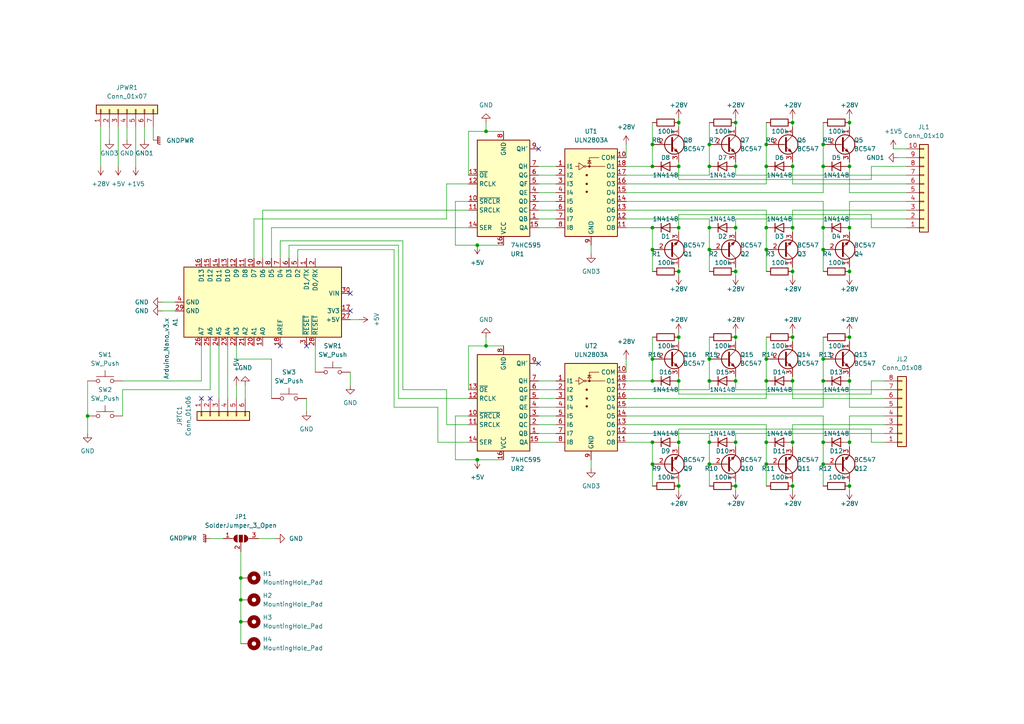
<source format=kicad_sch>
(kicad_sch (version 20211123) (generator eeschema)
  (paper "A4")
  (title_block (title "Divergence Meter - logic board") (date "2022") (company "Author: Okarisu (Toohka)"))
  (lib_symbols
    (symbol "74xx:74HC595"
      (property "Reference" "U" (at -7.62 13.97 0))
      (property "Value" "74HC595" (at -7.62 -16.51 0))
      (symbol "74HC595_1_0"
        (pin tri_state line (at 10.16 7.62 180) (length 2.54) (name "QB") (number "1"))
        (pin input line (at -10.16 2.54 0) (length 2.54) (name "~{SRCLR}") (number "10"))
        (pin input line (at -10.16 5.08 0) (length 2.54) (name "SRCLK") (number "11"))
        (pin input line (at -10.16 -2.54 0) (length 2.54) (name "RCLK") (number "12"))
        (pin input line (at -10.16 -5.08 0) (length 2.54) (name "~{OE}") (number "13"))
        (pin input line (at -10.16 10.16 0) (length 2.54) (name "SER") (number "14"))
        (pin tri_state line (at 10.16 10.16 180) (length 2.54) (name "QA") (number "15"))
        (pin power_in line (at 0 15.24 270) (length 2.54) (name "VCC") (number "16"))
        (pin tri_state line (at 10.16 5.08 180) (length 2.54) (name "QC") (number "2"))
        (pin tri_state line (at 10.16 2.54 180) (length 2.54) (name "QD") (number "3"))
        (pin tri_state line (at 10.16 0 180) (length 2.54) (name "QE") (number "4"))
        (pin tri_state line (at 10.16 -2.54 180) (length 2.54) (name "QF") (number "5"))
        (pin tri_state line (at 10.16 -5.08 180) (length 2.54) (name "QG") (number "6"))
        (pin tri_state line (at 10.16 -7.62 180) (length 2.54) (name "QH") (number "7"))
        (pin power_in line (at 0 -17.78 90) (length 2.54) (name "GND") (number "8"))
        (pin output line (at 10.16 -12.7 180) (length 2.54) (name "QH'") (number "9"))
      )
    )
    (symbol "Connector_Generic:Conn_01x06" (pin_names (offset 1.016) hide)
      (property "Reference" "J" (at 0 7.62 0))
      (property "Value" "Conn_01x06" (at 0 -10.16 0))
      (symbol "Conn_01x06_1_1"
        (pin passive line (at -5.08 5.08 0) (length 3.81) (name "Pin_1") (number "1"))
        (pin passive line (at -5.08 2.54 0) (length 3.81) (name "Pin_2") (number "2"))
        (pin passive line (at -5.08 0 0) (length 3.81) (name "Pin_3") (number "3"))
        (pin passive line (at -5.08 -2.54 0) (length 3.81) (name "Pin_4") (number "4"))
        (pin passive line (at -5.08 -5.08 0) (length 3.81) (name "Pin_5") (number "5"))
        (pin passive line (at -5.08 -7.62 0) (length 3.81) (name "Pin_6") (number "6"))
      )
    )
    (symbol "Connector_Generic:Conn_01x07" (pin_names (offset 1.016) hide)
      (property "Reference" "J" (at 0 10.16 0))
      (property "Value" "Conn_01x07" (at 0 -10.16 0))
      (symbol "Conn_01x07_1_1"
        (pin passive line (at -5.08 7.62 0) (length 3.81) (name "Pin_1") (number "1"))
        (pin passive line (at -5.08 5.08 0) (length 3.81) (name "Pin_2") (number "2"))
        (pin passive line (at -5.08 2.54 0) (length 3.81) (name "Pin_3") (number "3"))
        (pin passive line (at -5.08 0 0) (length 3.81) (name "Pin_4") (number "4"))
        (pin passive line (at -5.08 -2.54 0) (length 3.81) (name "Pin_5") (number "5"))
        (pin passive line (at -5.08 -5.08 0) (length 3.81) (name "Pin_6") (number "6"))
        (pin passive line (at -5.08 -7.62 0) (length 3.81) (name "Pin_7") (number "7"))
      )
    )
    (symbol "Connector_Generic:Conn_01x08" (pin_names (offset 1.016) hide)
      (property "Reference" "J" (at 0 10.16 0))
      (property "Value" "Conn_01x08" (at 0 -12.7 0))
      (symbol "Conn_01x08_1_1"
        (pin passive line (at -5.08 7.62 0) (length 3.81) (name "Pin_1") (number "1"))
        (pin passive line (at -5.08 5.08 0) (length 3.81) (name "Pin_2") (number "2"))
        (pin passive line (at -5.08 2.54 0) (length 3.81) (name "Pin_3") (number "3"))
        (pin passive line (at -5.08 0 0) (length 3.81) (name "Pin_4") (number "4"))
        (pin passive line (at -5.08 -2.54 0) (length 3.81) (name "Pin_5") (number "5"))
        (pin passive line (at -5.08 -5.08 0) (length 3.81) (name "Pin_6") (number "6"))
        (pin passive line (at -5.08 -7.62 0) (length 3.81) (name "Pin_7") (number "7"))
        (pin passive line (at -5.08 -10.16 0) (length 3.81) (name "Pin_8") (number "8"))
      )
    )
    (symbol "Connector_Generic:Conn_01x10" (pin_names (offset 1.016) hide)
      (property "Reference" "J" (at 0 12.7 0))
      (property "Value" "Conn_01x10" (at 0 -15.24 0))
      (symbol "Conn_01x10_1_1"
        (pin passive line (at -5.08 10.16 0) (length 3.81) (name "Pin_1") (number "1"))
        (pin passive line (at -5.08 -12.7 0) (length 3.81) (name "Pin_10") (number "10"))
        (pin passive line (at -5.08 7.62 0) (length 3.81) (name "Pin_2") (number "2"))
        (pin passive line (at -5.08 5.08 0) (length 3.81) (name "Pin_3") (number "3"))
        (pin passive line (at -5.08 2.54 0) (length 3.81) (name "Pin_4") (number "4"))
        (pin passive line (at -5.08 0 0) (length 3.81) (name "Pin_5") (number "5"))
        (pin passive line (at -5.08 -2.54 0) (length 3.81) (name "Pin_6") (number "6"))
        (pin passive line (at -5.08 -5.08 0) (length 3.81) (name "Pin_7") (number "7"))
        (pin passive line (at -5.08 -7.62 0) (length 3.81) (name "Pin_8") (number "8"))
        (pin passive line (at -5.08 -10.16 0) (length 3.81) (name "Pin_9") (number "9"))
      )
    )
    (symbol "Device:D" (pin_numbers hide) (pin_names (offset 1.016) hide)
      (property "Reference" "D" (at 0 2.54 0))
      (property "Value" "D" (at 0 -2.54 0))
      (symbol "D_1_1"
        (pin passive line (at -3.81 0 0) (length 2.54) (name "K") (number "1"))
        (pin passive line (at 3.81 0 180) (length 2.54) (name "A") (number "2"))
      )
    )
    (symbol "Device:R" (pin_numbers hide) (pin_names (offset 0))
      (property "Reference" "R" (at 2.032 0 90))
      (property "Value" "R" (at 0 0 90))
      (symbol "R_1_1"
        (pin passive line (at 0 3.81 270) (length 1.27) (name "~") (number "1"))
        (pin passive line (at 0 -3.81 90) (length 1.27) (name "~") (number "2"))
      )
    )
    (symbol "Jumper:SolderJumper_3_Open" (pin_names (offset 0) hide)
      (property "Reference" "JP" (at -2.54 -2.54 0))
      (property "Value" "SolderJumper_3_Open" (at 0 2.794 0))
      (symbol "SolderJumper_3_Open_1_1"
        (pin passive line (at -5.08 0 0) (length 2.54) (name "A") (number "1"))
        (pin passive line (at 0 -3.81 90) (length 2.54) (name "C") (number "2"))
        (pin passive line (at 5.08 0 180) (length 2.54) (name "B") (number "3"))
      )
    )
    (symbol "MCU_Module:Arduino_Nano_v3.x"
      (property "Reference" "A" (at -10.16 23.495 0))
      (property "Value" "Arduino_Nano_v3.x" (at 5.08 -24.13 0))
      (symbol "Arduino_Nano_v3.x_1_1"
        (pin bidirectional line (at -12.7 12.7 0) (length 2.54) (name "D1/TX") (number "1"))
        (pin bidirectional line (at -12.7 -2.54 0) (length 2.54) (name "D7") (number "10"))
        (pin bidirectional line (at -12.7 -5.08 0) (length 2.54) (name "D8") (number "11"))
        (pin bidirectional line (at -12.7 -7.62 0) (length 2.54) (name "D9") (number "12"))
        (pin bidirectional line (at -12.7 -10.16 0) (length 2.54) (name "D10") (number "13"))
        (pin bidirectional line (at -12.7 -12.7 0) (length 2.54) (name "D11") (number "14"))
        (pin bidirectional line (at -12.7 -15.24 0) (length 2.54) (name "D12") (number "15"))
        (pin bidirectional line (at -12.7 -17.78 0) (length 2.54) (name "D13") (number "16"))
        (pin power_out line (at 2.54 25.4 270) (length 2.54) (name "3V3") (number "17"))
        (pin input line (at 12.7 5.08 180) (length 2.54) (name "AREF") (number "18"))
        (pin bidirectional line (at 12.7 0 180) (length 2.54) (name "A0") (number "19"))
        (pin bidirectional line (at -12.7 15.24 0) (length 2.54) (name "D0/RX") (number "2"))
        (pin bidirectional line (at 12.7 -2.54 180) (length 2.54) (name "A1") (number "20"))
        (pin bidirectional line (at 12.7 -5.08 180) (length 2.54) (name "A2") (number "21"))
        (pin bidirectional line (at 12.7 -7.62 180) (length 2.54) (name "A3") (number "22"))
        (pin bidirectional line (at 12.7 -10.16 180) (length 2.54) (name "A4") (number "23"))
        (pin bidirectional line (at 12.7 -12.7 180) (length 2.54) (name "A5") (number "24"))
        (pin bidirectional line (at 12.7 -15.24 180) (length 2.54) (name "A6") (number "25"))
        (pin bidirectional line (at 12.7 -17.78 180) (length 2.54) (name "A7") (number "26"))
        (pin power_out line (at 5.08 25.4 270) (length 2.54) (name "+5V") (number "27"))
        (pin input line (at 12.7 15.24 180) (length 2.54) (name "~{RESET}") (number "28"))
        (pin power_in line (at 2.54 -25.4 90) (length 2.54) (name "GND") (number "29"))
        (pin input line (at 12.7 12.7 180) (length 2.54) (name "~{RESET}") (number "3"))
        (pin power_in line (at -2.54 25.4 270) (length 2.54) (name "VIN") (number "30"))
        (pin power_in line (at 0 -25.4 90) (length 2.54) (name "GND") (number "4"))
        (pin bidirectional line (at -12.7 10.16 0) (length 2.54) (name "D2") (number "5"))
        (pin bidirectional line (at -12.7 7.62 0) (length 2.54) (name "D3") (number "6"))
        (pin bidirectional line (at -12.7 5.08 0) (length 2.54) (name "D4") (number "7"))
        (pin bidirectional line (at -12.7 2.54 0) (length 2.54) (name "D5") (number "8"))
        (pin bidirectional line (at -12.7 0 0) (length 2.54) (name "D6") (number "9"))
      )
    )
    (symbol "Mechanical:MountingHole_Pad" (pin_numbers hide) (pin_names (offset 1.016) hide)
      (property "Reference" "H" (at 0 6.35 0))
      (property "Value" "MountingHole_Pad" (at 0 4.445 0))
      (symbol "MountingHole_Pad_1_1"
        (pin input line (at 0 -2.54 90) (length 2.54) (name "1") (number "1"))
      )
    )
    (symbol "Switch:SW_Push" (pin_numbers hide) (pin_names (offset 1.016) hide)
      (property "Reference" "SW" (at 1.27 2.54 0))
      (property "Value" "SW_Push" (at 0 -1.524 0))
      (symbol "SW_Push_0_1"
        (pin passive line (at -5.08 0 0) (length 2.54) (name "1") (number "1"))
        (pin passive line (at 5.08 0 180) (length 2.54) (name "2") (number "2"))
      )
    )
    (symbol "Transistor_Array:ULN2803A"
      (property "Reference" "U" (at 0 13.335 0))
      (property "Value" "ULN2803A" (at 0 11.43 0))
      (symbol "ULN2803A_1_1"
        (pin input line (at -10.16 5.08 0) (length 2.54) (name "I1") (number "1"))
        (pin passive line (at 10.16 7.62 180) (length 2.54) (name "COM") (number "10"))
        (pin open_collector line (at 10.16 -12.7 180) (length 2.54) (name "O8") (number "11"))
        (pin open_collector line (at 10.16 -10.16 180) (length 2.54) (name "O7") (number "12"))
        (pin open_collector line (at 10.16 -7.62 180) (length 2.54) (name "O6") (number "13"))
        (pin open_collector line (at 10.16 -5.08 180) (length 2.54) (name "O5") (number "14"))
        (pin open_collector line (at 10.16 -2.54 180) (length 2.54) (name "O4") (number "15"))
        (pin open_collector line (at 10.16 0 180) (length 2.54) (name "O3") (number "16"))
        (pin open_collector line (at 10.16 2.54 180) (length 2.54) (name "O2") (number "17"))
        (pin open_collector line (at 10.16 5.08 180) (length 2.54) (name "O1") (number "18"))
        (pin input line (at -10.16 2.54 0) (length 2.54) (name "I2") (number "2"))
        (pin input line (at -10.16 0 0) (length 2.54) (name "I3") (number "3"))
        (pin input line (at -10.16 -2.54 0) (length 2.54) (name "I4") (number "4"))
        (pin input line (at -10.16 -5.08 0) (length 2.54) (name "I5") (number "5"))
        (pin input line (at -10.16 -7.62 0) (length 2.54) (name "I6") (number "6"))
        (pin input line (at -10.16 -10.16 0) (length 2.54) (name "I7") (number "7"))
        (pin input line (at -10.16 -12.7 0) (length 2.54) (name "I8") (number "8"))
        (pin power_in line (at 0 -17.78 90) (length 2.54) (name "GND") (number "9"))
      )
    )
    (symbol "Transistor_BJT:BC547" (pin_names (offset 0) hide)
      (property "Reference" "Q" (at 5.08 1.905 0))
      (property "Value" "BC547" (at 5.08 0 0))
      (symbol "BC547_1_1"
        (pin passive line (at 2.54 5.08 270) (length 2.54) (name "C") (number "1"))
        (pin input line (at -5.08 0 0) (length 5.08) (name "B") (number "2"))
        (pin passive line (at 2.54 -5.08 90) (length 2.54) (name "E") (number "3"))
      )
    )
    (symbol "power:+1V5" (power) (pin_names (offset 0))
      (property "Value" "+1V5" (at 0 3.556 0))
      (symbol "+1V5_1_1"
        (pin power_in line (at 0 0 90) (length 0) hide (name "+1V5") (number "1"))
      )
    )
    (symbol "power:+28V" (power) (pin_names (offset 0))
      (property "Value" "+28V" (at 0 3.81 0))
      (symbol "+28V_1_1"
        (pin power_in line (at 0 0 90) (length 0) hide (name "+28V") (number "1"))
      )
    )
    (symbol "power:+5V" (power) (pin_names (offset 0))
      (property "Value" "+5V" (at 0 3.556 0))
      (symbol "+5V_1_1"
        (pin power_in line (at 0 0 90) (length 0) hide (name "+5V") (number "1"))
      )
    )
    (symbol "power:GND" (power) (pin_names (offset 0))
      (property "Value" "GND" (at 0 -3.81 0))
      (symbol "GND_1_1"
        (pin power_in line (at 0 0 270) (length 0) hide (name "GND") (number "1"))
      )
    )
    (symbol "power:GND1" (power) (pin_names (offset 0))
      (property "Value" "GND1" (at 0 -3.81 0))
      (symbol "GND1_1_1"
        (pin power_in line (at 0 0 270) (length 0) hide (name "GND1") (number "1"))
      )
    )
    (symbol "power:GND3" (power) (pin_names (offset 0))
      (property "Value" "GND3" (at 0 -3.81 0))
      (symbol "GND3_1_1"
        (pin power_in line (at 0 0 270) (length 0) hide (name "GND3") (number "1"))
      )
    )
    (symbol "power:GNDPWR" (power) (pin_names (offset 0))
      (property "Value" "GNDPWR" (at 0 -3.302 0))
      (symbol "GNDPWR_1_1"
        (pin power_in line (at 0 0 270) (length 0) hide (name "GNDPWR") (number "1"))
      )
    )
  )
  (junction (at 69.85 173.99))
  (junction (at 222.25 104.14))
  (junction (at 238.76 72.39))
  (junction (at 140.97 100.33))
  (junction (at 196.85 128.27))
  (junction (at 205.74 41.91))
  (junction (at 238.76 66.04))
  (junction (at 25.4 120.65))
  (junction (at 69.85 167.64))
  (junction (at 238.76 104.14))
  (junction (at 222.25 110.49))
  (junction (at 213.36 66.04))
  (junction (at 229.87 35.56))
  (junction (at 69.85 180.34))
  (junction (at 246.38 35.56))
  (junction (at 213.36 97.79))
  (junction (at 238.76 41.91))
  (junction (at 213.36 35.56))
  (junction (at 229.87 140.97))
  (junction (at 196.85 78.74))
  (junction (at 213.36 78.74))
  (junction (at 140.97 38.1))
  (junction (at 222.25 48.26))
  (junction (at 213.36 140.97))
  (junction (at 229.87 128.27))
  (junction (at 222.25 41.91))
  (junction (at 196.85 110.49))
  (junction (at 222.25 66.04))
  (junction (at 205.74 72.39))
  (junction (at 205.74 110.49))
  (junction (at 189.23 72.39))
  (junction (at 246.38 140.97))
  (junction (at 196.85 66.04))
  (junction (at 196.85 48.26))
  (junction (at 246.38 48.26))
  (junction (at 213.36 48.26))
  (junction (at 138.43 133.35))
  (junction (at 196.85 35.56))
  (junction (at 229.87 78.74))
  (junction (at 246.38 110.49))
  (junction (at 246.38 128.27))
  (junction (at 205.74 48.26))
  (junction (at 189.23 48.26))
  (junction (at 246.38 97.79))
  (junction (at 222.25 134.62))
  (junction (at 246.38 66.04))
  (junction (at 205.74 66.04))
  (junction (at 238.76 134.62))
  (junction (at 189.23 128.27))
  (junction (at 238.76 128.27))
  (junction (at 189.23 104.14))
  (junction (at 196.85 97.79))
  (junction (at 196.85 140.97))
  (junction (at 238.76 48.26))
  (junction (at 213.36 110.49))
  (junction (at 189.23 66.04))
  (junction (at 229.87 66.04))
  (junction (at 205.74 128.27))
  (junction (at 189.23 134.62))
  (junction (at 189.23 110.49))
  (junction (at 189.23 41.91))
  (junction (at 205.74 134.62))
  (junction (at 213.36 128.27))
  (junction (at 229.87 48.26))
  (junction (at 138.43 71.12))
  (junction (at 229.87 110.49))
  (junction (at 238.76 110.49))
  (junction (at 205.74 104.14))
  (junction (at 222.25 72.39))
  (junction (at 246.38 78.74))
  (junction (at 229.87 97.79))
  (junction (at 222.25 128.27))
  (no_connect (at 81.28 100.33))
  (no_connect (at 88.9 100.33))
  (no_connect (at 101.6 85.09))
  (no_connect (at 156.21 43.18))
  (no_connect (at 156.21 105.41))
  (no_connect (at 101.6 90.17))
  (no_connect (at 58.42 115.57))
  (no_connect (at 60.96 115.57))
  (wire (pts (xy 259.08 43.18) (xy 262.89 43.18)))
  (wire (pts (xy 81.28 69.85) (xy 116.84 69.85)))
  (wire (pts (xy 246.38 97.79) (xy 246.38 99.06)))
  (wire (pts (xy 213.36 67.31) (xy 213.36 66.04)))
  (wire (pts (xy 246.38 142.24) (xy 246.38 140.97)))
  (wire (pts (xy 156.21 48.26) (xy 161.29 48.26)))
  (wire (pts (xy 44.45 36.83) (xy 44.45 40.64)))
  (wire (pts (xy 46.99 90.17) (xy 50.8 90.17)))
  (wire (pts (xy 78.74 66.04) (xy 135.89 66.04)))
  (wire (pts (xy 135.89 100.33) (xy 140.97 100.33)))
  (wire (pts (xy 229.87 53.34) (xy 229.87 48.26)))
  (wire (pts (xy 196.85 110.49) (xy 196.85 114.3)))
  (wire (pts (xy 115.57 71.12) (xy 115.57 115.57)))
  (wire (pts (xy 127 128.27) (xy 127 118.11)))
  (wire (pts (xy 229.87 60.96) (xy 262.89 60.96)))
  (wire (pts (xy 104.14 92.71) (xy 101.6 92.71)))
  (wire (pts (xy 262.89 48.26) (xy 252.73 48.26)))
  (wire (pts (xy 140.97 35.56) (xy 140.97 38.1)))
  (wire (pts (xy 213.36 129.54) (xy 213.36 128.27)))
  (wire (pts (xy 252.73 66.04) (xy 262.89 66.04)))
  (wire (pts (xy 156.21 53.34) (xy 161.29 53.34)))
  (wire (pts (xy 260.35 45.72) (xy 262.89 45.72)))
  (wire (pts (xy 238.76 120.65) (xy 238.76 128.27)))
  (wire (pts (xy 205.74 63.5) (xy 205.74 66.04)))
  (wire (pts (xy 189.23 134.62) (xy 189.23 128.27)))
  (wire (pts (xy 181.61 125.73) (xy 205.74 125.73)))
  (wire (pts (xy 156.21 55.88) (xy 161.29 55.88)))
  (wire (pts (xy 246.38 66.04) (xy 246.38 58.42)))
  (wire (pts (xy 213.36 63.5) (xy 213.36 66.04)))
  (wire (pts (xy 189.23 35.56) (xy 189.23 41.91)))
  (wire (pts (xy 69.85 167.64) (xy 69.85 173.99)))
  (wire (pts (xy 135.89 120.65) (xy 132.08 120.65)))
  (wire (pts (xy 222.25 97.79) (xy 222.25 104.14)))
  (wire (pts (xy 196.85 114.3) (xy 252.73 114.3)))
  (wire (pts (xy 181.61 118.11) (xy 238.76 118.11)))
  (wire (pts (xy 181.61 41.91) (xy 181.61 45.72)))
  (wire (pts (xy 246.38 96.52) (xy 246.38 97.79)))
  (wire (pts (xy 213.36 97.79) (xy 213.36 99.06)))
  (wire (pts (xy 36.83 36.83) (xy 36.83 40.64)))
  (wire (pts (xy 189.23 41.91) (xy 189.23 48.26)))
  (wire (pts (xy 229.87 34.29) (xy 229.87 35.56)))
  (wire (pts (xy 69.85 160.02) (xy 69.85 167.64)))
  (wire (pts (xy 222.25 140.97) (xy 222.25 134.62)))
  (wire (pts (xy 229.87 97.79) (xy 229.87 99.06)))
  (wire (pts (xy 246.38 46.99) (xy 246.38 48.26)))
  (wire (pts (xy 229.87 115.57) (xy 256.54 115.57)))
  (wire (pts (xy 213.36 35.56) (xy 213.36 36.83)))
  (wire (pts (xy 156.21 123.19) (xy 161.29 123.19)))
  (wire (pts (xy 35.56 113.03) (xy 60.96 113.03)))
  (wire (pts (xy 86.36 72.39) (xy 114.3 72.39)))
  (wire (pts (xy 196.85 142.24) (xy 196.85 140.97)))
  (wire (pts (xy 222.25 115.57) (xy 222.25 110.49)))
  (wire (pts (xy 196.85 34.29) (xy 196.85 35.56)))
  (wire (pts (xy 229.87 123.19) (xy 229.87 128.27)))
  (wire (pts (xy 68.58 100.33) (xy 68.58 104.14)))
  (wire (pts (xy 256.54 125.73) (xy 213.36 125.73)))
  (wire (pts (xy 156.21 113.03) (xy 161.29 113.03)))
  (wire (pts (xy 135.89 38.1) (xy 140.97 38.1)))
  (wire (pts (xy 213.36 50.8) (xy 213.36 48.26)))
  (wire (pts (xy 205.74 113.03) (xy 205.74 110.49)))
  (wire (pts (xy 181.61 120.65) (xy 238.76 120.65)))
  (wire (pts (xy 196.85 80.01) (xy 196.85 78.74)))
  (wire (pts (xy 252.73 128.27) (xy 252.73 124.46)))
  (wire (pts (xy 129.54 53.34) (xy 129.54 63.5)))
  (wire (pts (xy 229.87 140.97) (xy 229.87 139.7)))
  (wire (pts (xy 205.74 72.39) (xy 205.74 66.04)))
  (wire (pts (xy 129.54 123.19) (xy 129.54 113.03)))
  (wire (pts (xy 222.25 78.74) (xy 222.25 72.39)))
  (wire (pts (xy 156.21 115.57) (xy 161.29 115.57)))
  (wire (pts (xy 246.38 129.54) (xy 246.38 128.27)))
  (wire (pts (xy 71.12 115.57) (xy 71.12 111.76)))
  (wire (pts (xy 252.73 62.23) (xy 252.73 66.04)))
  (wire (pts (xy 76.2 60.96) (xy 76.2 74.93)))
  (wire (pts (xy 181.61 110.49) (xy 189.23 110.49)))
  (wire (pts (xy 135.89 50.8) (xy 135.89 38.1)))
  (wire (pts (xy 229.87 110.49) (xy 229.87 115.57)))
  (wire (pts (xy 181.61 63.5) (xy 205.74 63.5)))
  (wire (pts (xy 181.61 113.03) (xy 205.74 113.03)))
  (wire (pts (xy 101.6 107.95) (xy 101.6 111.76)))
  (wire (pts (xy 238.76 55.88) (xy 238.76 48.26)))
  (wire (pts (xy 25.4 110.49) (xy 25.4 120.65)))
  (wire (pts (xy 181.61 55.88) (xy 238.76 55.88)))
  (wire (pts (xy 181.61 50.8) (xy 205.74 50.8)))
  (wire (pts (xy 256.54 128.27) (xy 252.73 128.27)))
  (wire (pts (xy 181.61 66.04) (xy 189.23 66.04)))
  (wire (pts (xy 196.85 35.56) (xy 196.85 36.83)))
  (wire (pts (xy 132.08 71.12) (xy 138.43 71.12)))
  (wire (pts (xy 238.76 118.11) (xy 238.76 110.49)))
  (wire (pts (xy 256.54 123.19) (xy 229.87 123.19)))
  (wire (pts (xy 138.43 133.35) (xy 146.05 133.35)))
  (wire (pts (xy 256.54 113.03) (xy 213.36 113.03)))
  (wire (pts (xy 181.61 128.27) (xy 189.23 128.27)))
  (wire (pts (xy 196.85 48.26) (xy 196.85 52.07)))
  (wire (pts (xy 246.38 55.88) (xy 262.89 55.88)))
  (wire (pts (xy 238.76 35.56) (xy 238.76 41.91)))
  (wire (pts (xy 196.85 62.23) (xy 252.73 62.23)))
  (wire (pts (xy 132.08 120.65) (xy 132.08 133.35)))
  (wire (pts (xy 68.58 115.57) (xy 68.58 111.76)))
  (wire (pts (xy 115.57 115.57) (xy 135.89 115.57)))
  (wire (pts (xy 66.04 100.33) (xy 66.04 115.57)))
  (wire (pts (xy 238.76 58.42) (xy 238.76 66.04)))
  (wire (pts (xy 116.84 113.03) (xy 129.54 113.03)))
  (wire (pts (xy 205.74 50.8) (xy 205.74 48.26)))
  (wire (pts (xy 238.76 104.14) (xy 238.76 110.49)))
  (wire (pts (xy 262.89 53.34) (xy 229.87 53.34)))
  (wire (pts (xy 252.73 124.46) (xy 196.85 124.46)))
  (wire (pts (xy 205.74 97.79) (xy 205.74 104.14)))
  (wire (pts (xy 246.38 78.74) (xy 246.38 77.47)))
  (wire (pts (xy 252.73 52.07) (xy 196.85 52.07)))
  (wire (pts (xy 88.9 115.57) (xy 88.9 119.38)))
  (wire (pts (xy 196.85 128.27) (xy 196.85 124.46)))
  (wire (pts (xy 222.25 104.14) (xy 222.25 110.49)))
  (wire (pts (xy 213.36 140.97) (xy 213.36 139.7)))
  (wire (pts (xy 25.4 120.65) (xy 25.4 125.73)))
  (wire (pts (xy 238.76 140.97) (xy 238.76 134.62)))
  (wire (pts (xy 181.61 53.34) (xy 222.25 53.34)))
  (wire (pts (xy 222.25 123.19) (xy 222.25 128.27)))
  (wire (pts (xy 189.23 140.97) (xy 189.23 134.62)))
  (wire (pts (xy 196.85 67.31) (xy 196.85 66.04)))
  (wire (pts (xy 222.25 41.91) (xy 222.25 48.26)))
  (wire (pts (xy 246.38 120.65) (xy 256.54 120.65)))
  (wire (pts (xy 196.85 97.79) (xy 196.85 99.06)))
  (wire (pts (xy 63.5 100.33) (xy 63.5 115.57)))
  (wire (pts (xy 246.38 110.49) (xy 246.38 118.11)))
  (wire (pts (xy 229.87 66.04) (xy 229.87 60.96)))
  (wire (pts (xy 196.85 96.52) (xy 196.85 97.79)))
  (wire (pts (xy 135.89 113.03) (xy 135.89 100.33)))
  (wire (pts (xy 222.25 72.39) (xy 222.25 66.04)))
  (wire (pts (xy 196.85 140.97) (xy 196.85 139.7)))
  (wire (pts (xy 213.36 46.99) (xy 213.36 48.26)))
  (wire (pts (xy 60.96 100.33) (xy 60.96 113.03)))
  (wire (pts (xy 252.73 48.26) (xy 252.73 52.07)))
  (wire (pts (xy 246.38 118.11) (xy 256.54 118.11)))
  (wire (pts (xy 205.74 140.97) (xy 205.74 134.62)))
  (wire (pts (xy 181.61 115.57) (xy 222.25 115.57)))
  (wire (pts (xy 229.87 142.24) (xy 229.87 140.97)))
  (wire (pts (xy 181.61 48.26) (xy 189.23 48.26)))
  (wire (pts (xy 229.87 35.56) (xy 229.87 36.83)))
  (wire (pts (xy 196.85 78.74) (xy 196.85 77.47)))
  (wire (pts (xy 91.44 100.33) (xy 91.44 107.95)))
  (wire (pts (xy 35.56 120.65) (xy 35.56 113.03)))
  (wire (pts (xy 196.85 66.04) (xy 196.85 62.23)))
  (wire (pts (xy 135.89 53.34) (xy 129.54 53.34)))
  (wire (pts (xy 189.23 78.74) (xy 189.23 72.39)))
  (wire (pts (xy 246.38 109.22) (xy 246.38 110.49)))
  (wire (pts (xy 238.76 97.79) (xy 238.76 104.14)))
  (wire (pts (xy 171.45 133.35) (xy 171.45 135.89)))
  (wire (pts (xy 35.56 110.49) (xy 58.42 110.49)))
  (wire (pts (xy 238.76 78.74) (xy 238.76 72.39)))
  (wire (pts (xy 86.36 74.93) (xy 86.36 72.39)))
  (wire (pts (xy 222.25 53.34) (xy 222.25 48.26)))
  (wire (pts (xy 156.21 120.65) (xy 161.29 120.65)))
  (wire (pts (xy 116.84 69.85) (xy 116.84 113.03)))
  (wire (pts (xy 205.74 125.73) (xy 205.74 128.27)))
  (wire (pts (xy 135.89 128.27) (xy 127 128.27)))
  (wire (pts (xy 83.82 71.12) (xy 115.57 71.12)))
  (wire (pts (xy 246.38 80.01) (xy 246.38 78.74)))
  (wire (pts (xy 135.89 60.96) (xy 76.2 60.96)))
  (wire (pts (xy 29.21 36.83) (xy 29.21 48.26)))
  (wire (pts (xy 246.38 34.29) (xy 246.38 35.56)))
  (wire (pts (xy 262.89 50.8) (xy 213.36 50.8)))
  (wire (pts (xy 238.76 72.39) (xy 238.76 66.04)))
  (wire (pts (xy 171.45 71.12) (xy 171.45 73.66)))
  (wire (pts (xy 196.85 46.99) (xy 196.85 48.26)))
  (wire (pts (xy 205.74 78.74) (xy 205.74 72.39)))
  (wire (pts (xy 189.23 97.79) (xy 189.23 104.14)))
  (wire (pts (xy 252.73 114.3) (xy 252.73 110.49)))
  (wire (pts (xy 138.43 71.12) (xy 146.05 71.12)))
  (wire (pts (xy 205.74 35.56) (xy 205.74 41.91)))
  (wire (pts (xy 246.38 140.97) (xy 246.38 139.7)))
  (wire (pts (xy 213.36 142.24) (xy 213.36 140.97)))
  (wire (pts (xy 238.76 41.91) (xy 238.76 48.26)))
  (wire (pts (xy 205.74 41.91) (xy 205.74 48.26)))
  (wire (pts (xy 74.93 156.21) (xy 80.01 156.21)))
  (wire (pts (xy 31.75 36.83) (xy 31.75 40.64)))
  (wire (pts (xy 58.42 110.49) (xy 58.42 100.33)))
  (wire (pts (xy 229.87 78.74) (xy 229.87 77.47)))
  (wire (pts (xy 222.25 35.56) (xy 222.25 41.91)))
  (wire (pts (xy 246.38 128.27) (xy 246.38 120.65)))
  (wire (pts (xy 114.3 118.11) (xy 127 118.11)))
  (wire (pts (xy 132.08 133.35) (xy 138.43 133.35)))
  (wire (pts (xy 205.74 134.62) (xy 205.74 128.27)))
  (wire (pts (xy 114.3 72.39) (xy 114.3 118.11)))
  (wire (pts (xy 229.87 109.22) (xy 229.87 110.49)))
  (wire (pts (xy 213.36 109.22) (xy 213.36 110.49)))
  (wire (pts (xy 78.74 104.14) (xy 78.74 115.57)))
  (wire (pts (xy 156.21 128.27) (xy 161.29 128.27)))
  (wire (pts (xy 78.74 74.93) (xy 78.74 66.04)))
  (wire (pts (xy 156.21 50.8) (xy 161.29 50.8)))
  (wire (pts (xy 213.36 113.03) (xy 213.36 110.49)))
  (wire (pts (xy 246.38 35.56) (xy 246.38 36.83)))
  (wire (pts (xy 140.97 100.33) (xy 146.05 100.33)))
  (wire (pts (xy 213.36 125.73) (xy 213.36 128.27)))
  (wire (pts (xy 229.87 67.31) (xy 229.87 66.04)))
  (wire (pts (xy 68.58 104.14) (xy 78.74 104.14)))
  (wire (pts (xy 213.36 34.29) (xy 213.36 35.56)))
  (wire (pts (xy 238.76 134.62) (xy 238.76 128.27)))
  (wire (pts (xy 181.61 123.19) (xy 222.25 123.19)))
  (wire (pts (xy 229.87 129.54) (xy 229.87 128.27)))
  (wire (pts (xy 156.21 125.73) (xy 161.29 125.73)))
  (wire (pts (xy 81.28 74.93) (xy 81.28 69.85)))
  (wire (pts (xy 229.87 46.99) (xy 229.87 48.26)))
  (wire (pts (xy 156.21 63.5) (xy 161.29 63.5)))
  (wire (pts (xy 156.21 60.96) (xy 161.29 60.96)))
  (wire (pts (xy 156.21 66.04) (xy 161.29 66.04)))
  (wire (pts (xy 156.21 118.11) (xy 161.29 118.11)))
  (wire (pts (xy 205.74 104.14) (xy 205.74 110.49)))
  (wire (pts (xy 46.99 87.63) (xy 50.8 87.63)))
  (wire (pts (xy 69.85 173.99) (xy 69.85 180.34)))
  (wire (pts (xy 252.73 110.49) (xy 256.54 110.49)))
  (wire (pts (xy 229.87 96.52) (xy 229.87 97.79)))
  (wire (pts (xy 135.89 58.42) (xy 132.08 58.42)))
  (wire (pts (xy 34.29 36.83) (xy 34.29 48.26)))
  (wire (pts (xy 39.37 36.83) (xy 39.37 48.26)))
  (wire (pts (xy 41.91 36.83) (xy 41.91 40.64)))
  (wire (pts (xy 181.61 58.42) (xy 238.76 58.42)))
  (wire (pts (xy 135.89 123.19) (xy 129.54 123.19)))
  (wire (pts (xy 140.97 38.1) (xy 146.05 38.1)))
  (wire (pts (xy 196.85 109.22) (xy 196.85 110.49)))
  (wire (pts (xy 262.89 63.5) (xy 213.36 63.5)))
  (wire (pts (xy 140.97 97.79) (xy 140.97 100.33)))
  (wire (pts (xy 181.61 104.14) (xy 181.61 107.95)))
  (wire (pts (xy 246.38 48.26) (xy 246.38 55.88)))
  (wire (pts (xy 69.85 180.34) (xy 69.85 186.69)))
  (wire (pts (xy 189.23 104.14) (xy 189.23 110.49)))
  (wire (pts (xy 181.61 60.96) (xy 222.25 60.96)))
  (wire (pts (xy 60.96 156.21) (xy 64.77 156.21)))
  (wire (pts (xy 213.36 96.52) (xy 213.36 97.79)))
  (wire (pts (xy 156.21 110.49) (xy 161.29 110.49)))
  (wire (pts (xy 156.21 58.42) (xy 161.29 58.42)))
  (wire (pts (xy 189.23 72.39) (xy 189.23 66.04)))
  (wire (pts (xy 229.87 80.01) (xy 229.87 78.74)))
  (wire (pts (xy 222.25 134.62) (xy 222.25 128.27)))
  (wire (pts (xy 246.38 67.31) (xy 246.38 66.04)))
  (wire (pts (xy 196.85 129.54) (xy 196.85 128.27)))
  (wire (pts (xy 213.36 80.01) (xy 213.36 78.74)))
  (wire (pts (xy 132.08 58.42) (xy 132.08 71.12)))
  (wire (pts (xy 73.66 63.5) (xy 129.54 63.5)))
  (wire (pts (xy 83.82 74.93) (xy 83.82 71.12)))
  (wire (pts (xy 73.66 63.5) (xy 73.66 74.93)))
  (wire (pts (xy 246.38 58.42) (xy 262.89 58.42)))
  (wire (pts (xy 222.25 60.96) (xy 222.25 66.04)))
  (wire (pts (xy 213.36 78.74) (xy 213.36 77.47)))
  (symbol (lib_id "Device:D") (at 209.55 66.04 0) (mirror x) (unit 1)
    (property "Reference" "D2" (at 209.55 68.58 0))
    (property "Value" "1N4148" (at 209.55 63.5 0))
    (property "Footprint" "Diode_THT:D_DO-35_SOD27_P2.54mm_Vertical_KathodeUp" (effects hide))
  )
  (symbol (lib_id "74xx:74HC595") (at 146.05 55.88 0) (mirror x) (unit 1)
    (property "Reference" "UR1" (at 148.0694 73.66 0) (effects (justify left)))
    (property "Value" "74HC595" (at 148.0694 71.12 0) (effects (justify left)))
    (property "Footprint" "SN74HC595N:DIP794W53P254L1930H508Q16N" (effects hide))
    (property "Datasheet" "http://www.ti.com/lit/ds/symlink/sn74hc595.pdf" (effects hide))
  )
  (symbol (lib_id "power:GND") (at 36.83 40.64 0) (unit 1)
    (property "Reference" "#PWR0112" (effects hide))
    (property "Value" "GND" (at 36.83 44.45 0))
  )
  (symbol (lib_id "Device:R") (at 193.04 140.97 90) (mirror x) (unit 1)
    (property "Reference" "R9" (at 191.77 135.89 90) (effects (justify left)))
    (property "Value" "100k" (at 195.58 138.43 90) (effects (justify left)))
    (property "Footprint" "Resistor_THT:R_Axial_DIN0204_L3.6mm_D1.6mm_P2.54mm_Vertical" (effects hide))
  )
  (symbol (lib_id "Device:R") (at 193.04 35.56 90) (unit 1)
    (property "Reference" "R8" (at 191.77 40.64 90) (effects (justify left)))
    (property "Value" "100k" (at 195.58 38.1 90) (effects (justify left)))
    (property "Footprint" "Resistor_THT:R_Axial_DIN0204_L3.6mm_D1.6mm_P2.54mm_Vertical" (effects hide))
  )
  (symbol (lib_id "power:+28V") (at 213.36 142.24 0) (mirror x) (unit 1)
    (property "Reference" "#PWR012" (effects hide))
    (property "Value" "+28V" (at 213.36 146.05 0))
  )
  (symbol (lib_id "power:+28V") (at 196.85 34.29 0) (unit 1)
    (property "Reference" "#PWR01" (effects hide))
    (property "Value" "+28V" (at 196.85 30.48 0))
  )
  (symbol (lib_id "power:GND3") (at 31.75 40.64 0) (unit 1)
    (property "Reference" "#PWR0115" (effects hide))
    (property "Value" "GND3" (at 31.75 44.45 0))
  )
  (symbol (lib_id "power:GND3") (at 171.45 73.66 0) (unit 1)
    (property "Reference" "#PWR018" (effects hide))
    (property "Value" "GND3" (at 171.45 78.74 0))
  )
  (symbol (lib_id "Mechanical:MountingHole_Pad") (at 72.39 180.34 270) (unit 1)
    (property "Reference" "H3" (at 76.2 179.0699 90) (effects (justify left)))
    (property "Value" "MountingHole_Pad" (at 76.2 181.6099 90) (effects (justify left)))
    (property "Footprint" "MountingHole:MountingHole_3.5mm_Pad_Via" (effects hide))
  )
  (symbol (lib_id "power:+28V") (at 213.36 34.29 0) (unit 1)
    (property "Reference" "#PWR03" (effects hide))
    (property "Value" "+28V" (at 213.36 30.48 0))
  )
  (symbol (lib_id "Transistor_BJT:BC547") (at 194.31 41.91 0) (unit 1)
    (property "Reference" "Q8" (at 198.12 40.64 0) (effects (justify left)))
    (property "Value" "BC547" (at 198.12 43.18 0) (effects (justify left)))
    (property "Footprint" "Package_TO_SOT_THT:TO-92_Inline" (effects hide))
    (property "Datasheet" "https://www.onsemi.com/pub/Collateral/BC550-D.pdf" (effects hide))
  )
  (symbol (lib_id "Device:R") (at 226.06 140.97 90) (mirror x) (unit 1)
    (property "Reference" "R11" (at 224.79 135.89 90) (effects (justify left)))
    (property "Value" "100k" (at 228.6 138.43 90) (effects (justify left)))
    (property "Footprint" "Resistor_THT:R_Axial_DIN0204_L3.6mm_D1.6mm_P2.54mm_Vertical" (effects hide))
  )
  (symbol (lib_id "power:+28V") (at 196.85 80.01 0) (mirror x) (unit 1)
    (property "Reference" "#PWR02" (effects hide))
    (property "Value" "+28V" (at 196.85 83.82 0))
  )
  (symbol (lib_id "power:+28V") (at 229.87 34.29 0) (unit 1)
    (property "Reference" "#PWR05" (effects hide))
    (property "Value" "+28V" (at 229.87 30.48 0))
  )
  (symbol (lib_id "MCU_Module:Arduino_Nano_v3.x") (at 76.2 87.63 270) (unit 1)
    (property "Reference" "A1" (at 50.8 92.1894 0) (effects (justify left)))
    (property "Value" "Arduino_Nano_v3.x" (at 48.26 92.1894 0) (effects (justify left)))
    (property "Footprint" "Module:Arduino_Nano" (effects hide))
    (property "Datasheet" "http://www.mouser.com/pdfdocs/Gravitech_Arduino_Nano3_0.pdf" (effects hide))
  )
  (symbol (lib_id "Transistor_BJT:BC547") (at 194.31 104.14 0) (unit 1)
    (property "Reference" "Q16" (at 198.12 102.87 0) (effects (justify left)))
    (property "Value" "BC547" (at 198.12 105.41 0) (effects (justify left)))
    (property "Footprint" "Package_TO_SOT_THT:TO-92_Inline" (effects hide))
    (property "Datasheet" "https://www.onsemi.com/pub/Collateral/BC550-D.pdf" (effects hide))
  )
  (symbol (lib_id "Device:R") (at 242.57 35.56 90) (unit 1)
    (property "Reference" "R5" (at 241.3 40.64 90) (effects (justify left)))
    (property "Value" "100k" (at 245.11 38.1 90) (effects (justify left)))
    (property "Footprint" "Resistor_THT:R_Axial_DIN0204_L3.6mm_D1.6mm_P2.54mm_Vertical" (effects hide))
  )
  (symbol (lib_id "Device:D") (at 209.55 110.49 0) (unit 1)
    (property "Reference" "D15" (at 209.55 107.95 0))
    (property "Value" "1N4148" (at 209.55 113.03 0))
    (property "Footprint" "Diode_THT:D_DO-35_SOD27_P2.54mm_Vertical_KathodeUp" (effects hide))
  )
  (symbol (lib_id "power:+28V") (at 229.87 142.24 0) (mirror x) (unit 1)
    (property "Reference" "#PWR014" (effects hide))
    (property "Value" "+28V" (at 229.87 146.05 0))
  )
  (symbol (lib_id "Device:D") (at 242.57 66.04 0) (mirror x) (unit 1)
    (property "Reference" "D4" (at 242.57 68.58 0))
    (property "Value" "1N4148" (at 242.57 63.5 0))
    (property "Footprint" "Diode_THT:D_DO-35_SOD27_P2.54mm_Vertical_KathodeUp" (effects hide))
  )
  (symbol (lib_id "Device:R") (at 209.55 140.97 90) (mirror x) (unit 1)
    (property "Reference" "R10" (at 208.28 135.89 90) (effects (justify left)))
    (property "Value" "100k" (at 212.09 138.43 90) (effects (justify left)))
    (property "Footprint" "Resistor_THT:R_Axial_DIN0204_L3.6mm_D1.6mm_P2.54mm_Vertical" (effects hide))
  )
  (symbol (lib_id "power:+28V") (at 229.87 80.01 0) (mirror x) (unit 1)
    (property "Reference" "#PWR06" (effects hide))
    (property "Value" "+28V" (at 229.87 83.82 0))
  )
  (symbol (lib_id "Transistor_BJT:BC547") (at 194.31 134.62 0) (mirror x) (unit 1)
    (property "Reference" "Q9" (at 198.12 135.89 0) (effects (justify left)))
    (property "Value" "BC547" (at 198.12 133.35 0) (effects (justify left)))
    (property "Footprint" "Package_TO_SOT_THT:TO-92_Inline" (effects hide))
    (property "Datasheet" "https://www.onsemi.com/pub/Collateral/BC550-D.pdf" (effects hide))
  )
  (symbol (lib_id "Device:R") (at 193.04 97.79 90) (unit 1)
    (property "Reference" "R16" (at 191.77 102.87 90) (effects (justify left)))
    (property "Value" "100k" (at 195.58 100.33 90) (effects (justify left)))
    (property "Footprint" "Resistor_THT:R_Axial_DIN0204_L3.6mm_D1.6mm_P2.54mm_Vertical" (effects hide))
  )
  (symbol (lib_id "power:+1V5") (at 259.08 43.18 0) (unit 1)
    (property "Reference" "#PWR0124" (effects hide))
    (property "Value" "+1V5" (at 259.08 38.1 0))
  )
  (symbol (lib_id "power:GND") (at 46.99 90.17 270) (unit 1)
    (property "Reference" "#PWR0104" (effects hide))
    (property "Value" "GND" (at 43.18 90.1699 90) (effects (justify right)))
  )
  (symbol (lib_id "power:+28V") (at 246.38 96.52 0) (unit 1)
    (property "Reference" "#PWR017" (effects hide))
    (property "Value" "+28V" (at 246.38 92.71 0))
  )
  (symbol (lib_id "power:GNDPWR") (at 60.96 156.21 270) (unit 1)
    (property "Reference" "#PWR0109" (effects hide))
    (property "Value" "GNDPWR" (at 57.15 156.0829 90) (effects (justify right)))
  )
  (symbol (lib_id "power:GND") (at 71.12 111.76 180) (unit 1)
    (property "Reference" "#PWR0105" (effects hide))
    (property "Value" "GND" (at 71.12 106.68 0))
  )
  (symbol (lib_id "Device:D") (at 209.55 48.26 0) (unit 1)
    (property "Reference" "D7" (at 209.55 45.72 0))
    (property "Value" "1N4148" (at 209.55 50.8 0))
    (property "Footprint" "Diode_THT:D_DO-35_SOD27_P2.54mm_Vertical_KathodeUp" (effects hide))
  )
  (symbol (lib_id "Switch:SW_Push") (at 83.82 115.57 0) (unit 1)
    (property "Reference" "SW3" (at 83.82 107.95 0))
    (property "Value" "SW_Push" (at 83.82 110.49 0))
    (property "Footprint" "Button_Switch_THT:SW_PUSH_6mm_H4.3mm" (effects hide))
  )
  (symbol (lib_id "Device:D") (at 193.04 110.49 0) (unit 1)
    (property "Reference" "D16" (at 193.04 107.95 0))
    (property "Value" "1N4148" (at 193.04 113.03 0))
    (property "Footprint" "Diode_THT:D_DO-35_SOD27_P2.54mm_Vertical_KathodeUp" (effects hide))
  )
  (symbol (lib_id "Transistor_BJT:BC547") (at 227.33 72.39 0) (mirror x) (unit 1)
    (property "Reference" "Q3" (at 231.14 73.66 0) (effects (justify left)))
    (property "Value" "BC547" (at 231.14 71.12 0) (effects (justify left)))
    (property "Footprint" "Package_TO_SOT_THT:TO-92_Inline" (effects hide))
    (property "Datasheet" "https://www.onsemi.com/pub/Collateral/BC550-D.pdf" (effects hide))
  )
  (symbol (lib_id "Transistor_Array:ULN2803A") (at 171.45 53.34 0) (unit 1)
    (property "Reference" "UT1" (at 171.45 38.1 0))
    (property "Value" "ULN2803A" (at 171.45 40.64 0))
    (property "Footprint" "ULN2803A:DIP850W46P254L2324H393Q18N" (effects hide))
    (property "Datasheet" "http://www.ti.com/lit/ds/symlink/uln2803a.pdf" (effects hide))
  )
  (symbol (lib_id "Transistor_BJT:BC547") (at 243.84 134.62 0) (mirror x) (unit 1)
    (property "Reference" "Q12" (at 247.65 135.89 0) (effects (justify left)))
    (property "Value" "BC547" (at 247.65 133.35 0) (effects (justify left)))
    (property "Footprint" "Package_TO_SOT_THT:TO-92_Inline" (effects hide))
    (property "Datasheet" "https://www.onsemi.com/pub/Collateral/BC550-D.pdf" (effects hide))
  )
  (symbol (lib_id "power:+5V") (at 34.29 48.26 180) (unit 1)
    (property "Reference" "#PWR0119" (effects hide))
    (property "Value" "+5V" (at 34.29 53.34 0))
  )
  (symbol (lib_id "power:+1V5") (at 39.37 48.26 180) (unit 1)
    (property "Reference" "#PWR0118" (effects hide))
    (property "Value" "+1V5" (at 39.37 53.34 0))
  )
  (symbol (lib_id "Device:R") (at 209.55 97.79 90) (unit 1)
    (property "Reference" "R15" (at 208.28 102.87 90) (effects (justify left)))
    (property "Value" "100k" (at 212.09 100.33 90) (effects (justify left)))
    (property "Footprint" "Resistor_THT:R_Axial_DIN0204_L3.6mm_D1.6mm_P2.54mm_Vertical" (effects hide))
  )
  (symbol (lib_id "Transistor_BJT:BC547") (at 194.31 72.39 0) (mirror x) (unit 1)
    (property "Reference" "Q1" (at 198.12 73.66 0) (effects (justify left)))
    (property "Value" "BC547" (at 198.12 71.12 0) (effects (justify left)))
    (property "Footprint" "Package_TO_SOT_THT:TO-92_Inline" (effects hide))
    (property "Datasheet" "https://www.onsemi.com/pub/Collateral/BC550-D.pdf" (effects hide))
  )
  (symbol (lib_id "Connector_Generic:Conn_01x08") (at 261.62 120.65 0) (mirror x) (unit 1)
    (property "Reference" "JL2" (at 261.62 104.14 0))
    (property "Value" "Conn_01x08" (at 261.62 106.68 0))
    (property "Footprint" "Connector_PinSocket_2.54mm:PinSocket_1x08_P2.54mm_Vertical" (effects hide))
  )
  (symbol (lib_id "Device:R") (at 193.04 78.74 90) (mirror x) (unit 1)
    (property "Reference" "R1" (at 191.77 73.66 90) (effects (justify left)))
    (property "Value" "100k" (at 195.58 76.2 90) (effects (justify left)))
    (property "Footprint" "Resistor_THT:R_Axial_DIN0204_L3.6mm_D1.6mm_P2.54mm_Vertical" (effects hide))
  )
  (symbol (lib_id "power:+28V") (at 181.61 41.91 0) (unit 1)
    (property "Reference" "#PWR0107" (effects hide))
    (property "Value" "+28V" (at 181.61 36.83 0))
  )
  (symbol (lib_id "Transistor_BJT:BC547") (at 227.33 104.14 0) (unit 1)
    (property "Reference" "Q14" (at 231.14 102.87 0) (effects (justify left)))
    (property "Value" "BC547" (at 231.14 105.41 0) (effects (justify left)))
    (property "Footprint" "Package_TO_SOT_THT:TO-92_Inline" (effects hide))
    (property "Datasheet" "https://www.onsemi.com/pub/Collateral/BC550-D.pdf" (effects hide))
  )
  (symbol (lib_id "Transistor_BJT:BC547") (at 243.84 41.91 0) (unit 1)
    (property "Reference" "Q5" (at 247.65 40.64 0) (effects (justify left)))
    (property "Value" "BC547" (at 247.65 43.18 0) (effects (justify left)))
    (property "Footprint" "Package_TO_SOT_THT:TO-92_Inline" (effects hide))
    (property "Datasheet" "https://www.onsemi.com/pub/Collateral/BC550-D.pdf" (effects hide))
  )
  (symbol (lib_id "Device:D") (at 226.06 110.49 0) (unit 1)
    (property "Reference" "D14" (at 226.06 107.95 0))
    (property "Value" "1N4148" (at 226.06 113.03 0))
    (property "Footprint" "Diode_THT:D_DO-35_SOD27_P2.54mm_Vertical_KathodeUp" (effects hide))
  )
  (symbol (lib_id "power:GND") (at 140.97 35.56 180) (unit 1)
    (property "Reference" "#PWR0110" (effects hide))
    (property "Value" "GND" (at 140.97 30.48 0))
  )
  (symbol (lib_id "Device:D") (at 193.04 128.27 0) (mirror x) (unit 1)
    (property "Reference" "D9" (at 193.04 130.81 0))
    (property "Value" "1N4148" (at 193.04 125.73 0))
    (property "Footprint" "Diode_THT:D_DO-35_SOD27_P2.54mm_Vertical_KathodeUp" (effects hide))
  )
  (symbol (lib_id "power:GND") (at 88.9 119.38 0) (unit 1)
    (property "Reference" "#PWR0121" (effects hide))
    (property "Value" "GND" (at 88.9 124.46 0))
  )
  (symbol (lib_id "power:GND") (at 46.99 87.63 270) (unit 1)
    (property "Reference" "#PWR09" (effects hide))
    (property "Value" "GND" (at 43.18 87.6299 90) (effects (justify right)))
  )
  (symbol (lib_id "power:GND") (at 25.4 125.73 0) (unit 1)
    (property "Reference" "#PWR0122" (effects hide))
    (property "Value" "GND" (at 25.4 130.81 0))
  )
  (symbol (lib_id "power:GND") (at 80.01 156.21 90) (unit 1)
    (property "Reference" "#PWR0108" (effects hide))
    (property "Value" "GND" (at 83.82 156.2099 90) (effects (justify right)))
  )
  (symbol (lib_id "power:+28V") (at 229.87 96.52 0) (unit 1)
    (property "Reference" "#PWR015" (effects hide))
    (property "Value" "+28V" (at 229.87 92.71 0))
  )
  (symbol (lib_id "power:GND3") (at 171.45 135.89 0) (unit 1)
    (property "Reference" "#PWR019" (effects hide))
    (property "Value" "GND3" (at 171.45 140.97 0))
  )
  (symbol (lib_id "power:+28V") (at 213.36 80.01 0) (mirror x) (unit 1)
    (property "Reference" "#PWR04" (effects hide))
    (property "Value" "+28V" (at 213.36 83.82 0))
  )
  (symbol (lib_id "Mechanical:MountingHole_Pad") (at 72.39 167.64 270) (unit 1)
    (property "Reference" "H1" (at 76.2 166.3699 90) (effects (justify left)))
    (property "Value" "MountingHole_Pad" (at 76.2 168.9099 90) (effects (justify left)))
    (property "Footprint" "MountingHole:MountingHole_3.5mm_Pad_Via" (effects hide))
  )
  (symbol (lib_id "power:+28V") (at 246.38 34.29 0) (unit 1)
    (property "Reference" "#PWR07" (effects hide))
    (property "Value" "+28V" (at 246.38 30.48 0))
  )
  (symbol (lib_id "Mechanical:MountingHole_Pad") (at 72.39 186.69 270) (unit 1)
    (property "Reference" "H4" (at 76.2 185.4199 90) (effects (justify left)))
    (property "Value" "MountingHole_Pad" (at 76.2 187.9599 90) (effects (justify left)))
    (property "Footprint" "MountingHole:MountingHole_3.5mm_Pad_Via" (effects hide))
  )
  (symbol (lib_id "Device:D") (at 209.55 128.27 0) (mirror x) (unit 1)
    (property "Reference" "D10" (at 209.55 130.81 0))
    (property "Value" "1N4148" (at 209.55 125.73 0))
    (property "Footprint" "Diode_THT:D_DO-35_SOD27_P2.54mm_Vertical_KathodeUp" (effects hide))
  )
  (symbol (lib_id "Device:D") (at 242.57 128.27 0) (mirror x) (unit 1)
    (property "Reference" "D12" (at 242.57 130.81 0))
    (property "Value" "1N4148" (at 242.57 125.73 0))
    (property "Footprint" "Diode_THT:D_DO-35_SOD27_P2.54mm_Vertical_KathodeUp" (effects hide))
  )
  (symbol (lib_id "power:GND1") (at 260.35 45.72 270) (unit 1)
    (property "Reference" "#PWR0123" (effects hide))
    (property "Value" "GND1" (at 256.54 45.7199 90) (effects (justify right)))
  )
  (symbol (lib_id "power:+5V") (at 68.58 111.76 0) (mirror y) (unit 1)
    (property "Reference" "#PWR0113" (effects hide))
    (property "Value" "+5V" (at 68.5801 107.95 90) (effects (justify left)))
  )
  (symbol (lib_id "Transistor_BJT:BC547") (at 227.33 41.91 0) (unit 1)
    (property "Reference" "Q6" (at 231.14 40.64 0) (effects (justify left)))
    (property "Value" "BC547" (at 231.14 43.18 0) (effects (justify left)))
    (property "Footprint" "Package_TO_SOT_THT:TO-92_Inline" (effects hide))
    (property "Datasheet" "https://www.onsemi.com/pub/Collateral/BC550-D.pdf" (effects hide))
  )
  (symbol (lib_id "Device:R") (at 226.06 35.56 90) (unit 1)
    (property "Reference" "R6" (at 224.79 40.64 90) (effects (justify left)))
    (property "Value" "100k" (at 228.6 38.1 90) (effects (justify left)))
    (property "Footprint" "Resistor_THT:R_Axial_DIN0204_L3.6mm_D1.6mm_P2.54mm_Vertical" (effects hide))
  )
  (symbol (lib_id "Device:R") (at 226.06 97.79 90) (unit 1)
    (property "Reference" "R14" (at 224.79 102.87 90) (effects (justify left)))
    (property "Value" "100k" (at 228.6 100.33 90) (effects (justify left)))
    (property "Footprint" "Resistor_THT:R_Axial_DIN0204_L3.6mm_D1.6mm_P2.54mm_Vertical" (effects hide))
  )
  (symbol (lib_id "Device:D") (at 193.04 48.26 0) (unit 1)
    (property "Reference" "D8" (at 193.04 45.72 0))
    (property "Value" "1N4148" (at 193.04 50.8 0))
    (property "Footprint" "Diode_THT:D_DO-35_SOD27_P2.54mm_Vertical_KathodeUp" (effects hide))
  )
  (symbol (lib_id "Jumper:SolderJumper_3_Open") (at 69.85 156.21 0) (unit 1)
    (property "Reference" "JP1" (at 69.85 149.86 0))
    (property "Value" "SolderJumper_3_Open" (at 69.85 152.4 0))
    (property "Footprint" "Jumper:SolderJumper-3_P1.3mm_Open_RoundedPad1.0x1.5mm_NumberLabels" (effects hide))
  )
  (symbol (lib_id "Device:R") (at 209.55 35.56 90) (unit 1)
    (property "Reference" "R7" (at 208.28 40.64 90) (effects (justify left)))
    (property "Value" "100k" (at 212.09 38.1 90) (effects (justify left)))
    (property "Footprint" "Resistor_THT:R_Axial_DIN0204_L3.6mm_D1.6mm_P2.54mm_Vertical" (effects hide))
  )
  (symbol (lib_id "power:+5V") (at 138.43 71.12 0) (mirror x) (unit 1)
    (property "Reference" "#PWR0106" (effects hide))
    (property "Value" "+5V" (at 138.43 76.2 0))
  )
  (symbol (lib_id "power:+5V") (at 138.43 133.35 0) (mirror x) (unit 1)
    (property "Reference" "#PWR0103" (effects hide))
    (property "Value" "+5V" (at 138.43 138.43 0))
  )
  (symbol (lib_id "Transistor_BJT:BC547") (at 210.82 41.91 0) (unit 1)
    (property "Reference" "Q7" (at 214.63 40.64 0) (effects (justify left)))
    (property "Value" "BC547" (at 214.63 43.18 0) (effects (justify left)))
    (property "Footprint" "Package_TO_SOT_THT:TO-92_Inline" (effects hide))
    (property "Datasheet" "https://www.onsemi.com/pub/Collateral/BC550-D.pdf" (effects hide))
  )
  (symbol (lib_id "Device:R") (at 242.57 97.79 90) (unit 1)
    (property "Reference" "R13" (at 241.3 102.87 90) (effects (justify left)))
    (property "Value" "100k" (at 245.11 100.33 90) (effects (justify left)))
    (property "Footprint" "Resistor_THT:R_Axial_DIN0204_L3.6mm_D1.6mm_P2.54mm_Vertical" (effects hide))
  )
  (symbol (lib_id "Device:R") (at 209.55 78.74 90) (mirror x) (unit 1)
    (property "Reference" "R2" (at 208.28 73.66 90) (effects (justify left)))
    (property "Value" "100k" (at 212.09 76.2 90) (effects (justify left)))
    (property "Footprint" "Resistor_THT:R_Axial_DIN0204_L3.6mm_D1.6mm_P2.54mm_Vertical" (effects hide))
  )
  (symbol (lib_id "power:+5V") (at 104.14 92.71 270) (mirror x) (unit 1)
    (property "Reference" "#PWR0114" (effects hide))
    (property "Value" "+5V" (at 109.22 92.71 0))
  )
  (symbol (lib_id "Device:R") (at 242.57 78.74 90) (mirror x) (unit 1)
    (property "Reference" "R4" (at 241.3 73.66 90) (effects (justify left)))
    (property "Value" "100k" (at 245.11 76.2 90) (effects (justify left)))
    (property "Footprint" "Resistor_THT:R_Axial_DIN0204_L3.6mm_D1.6mm_P2.54mm_Vertical" (effects hide))
  )
  (symbol (lib_id "Switch:SW_Push") (at 30.48 120.65 0) (unit 1)
    (property "Reference" "SW2" (at 30.48 113.03 0))
    (property "Value" "SW_Push" (at 30.48 115.57 0))
    (property "Footprint" "Button_Switch_THT:SW_PUSH_6mm_H4.3mm" (effects hide))
  )
  (symbol (lib_id "Device:D") (at 226.06 128.27 0) (mirror x) (unit 1)
    (property "Reference" "D11" (at 226.06 130.81 0))
    (property "Value" "1N4148" (at 226.06 125.73 0))
    (property "Footprint" "Diode_THT:D_DO-35_SOD27_P2.54mm_Vertical_KathodeUp" (effects hide))
  )
  (symbol (lib_id "Connector_Generic:Conn_01x06") (at 63.5 120.65 90) (mirror x) (unit 1)
    (property "Reference" "JRTC1" (at 52.07 120.65 0))
    (property "Value" "Conn_01x06" (at 54.61 120.65 0))
    (property "Footprint" "Connector_PinSocket_2.54mm:PinSocket_1x06_P2.54mm_Horizontal" (effects hide))
  )
  (symbol (lib_id "Device:D") (at 242.57 48.26 0) (unit 1)
    (property "Reference" "D5" (at 242.57 45.72 0))
    (property "Value" "1N4148" (at 242.57 50.8 0))
    (property "Footprint" "Diode_THT:D_DO-35_SOD27_P2.54mm_Vertical_KathodeUp" (effects hide))
  )
  (symbol (lib_id "Transistor_BJT:BC547") (at 210.82 72.39 0) (mirror x) (unit 1)
    (property "Reference" "Q2" (at 214.63 73.66 0) (effects (justify left)))
    (property "Value" "BC547" (at 214.63 71.12 0) (effects (justify left)))
    (property "Footprint" "Package_TO_SOT_THT:TO-92_Inline" (effects hide))
    (property "Datasheet" "https://www.onsemi.com/pub/Collateral/BC550-D.pdf" (effects hide))
  )
  (symbol (lib_id "power:GND1") (at 41.91 40.64 0) (unit 1)
    (property "Reference" "#PWR0117" (effects hide))
    (property "Value" "GND1" (at 41.91 44.45 0))
  )
  (symbol (lib_id "Device:D") (at 226.06 48.26 0) (unit 1)
    (property "Reference" "D6" (at 226.06 45.72 0))
    (property "Value" "1N4148" (at 226.06 50.8 0))
    (property "Footprint" "Diode_THT:D_DO-35_SOD27_P2.54mm_Vertical_KathodeUp" (effects hide))
  )
  (symbol (lib_id "power:GND") (at 101.6 111.76 0) (unit 1)
    (property "Reference" "#PWR0111" (effects hide))
    (property "Value" "GND" (at 101.6 116.84 0))
  )
  (symbol (lib_id "power:+28V") (at 246.38 142.24 0) (mirror x) (unit 1)
    (property "Reference" "#PWR016" (effects hide))
    (property "Value" "+28V" (at 246.38 146.05 0))
  )
  (symbol (lib_id "74xx:74HC595") (at 146.05 118.11 0) (mirror x) (unit 1)
    (property "Reference" "UR2" (at 148.0694 135.89 0) (effects (justify left)))
    (property "Value" "74HC595" (at 148.0694 133.35 0) (effects (justify left)))
    (property "Footprint" "SN74HC595N:DIP794W53P254L1930H508Q16N" (effects hide))
    (property "Datasheet" "http://www.ti.com/lit/ds/symlink/sn74hc595.pdf" (effects hide))
  )
  (symbol (lib_id "Device:D") (at 226.06 66.04 0) (mirror x) (unit 1)
    (property "Reference" "D3" (at 226.06 68.58 0))
    (property "Value" "1N4148" (at 226.06 63.5 0))
    (property "Footprint" "Diode_THT:D_DO-35_SOD27_P2.54mm_Vertical_KathodeUp" (effects hide))
  )
  (symbol (lib_id "Device:D") (at 242.57 110.49 0) (unit 1)
    (property "Reference" "D13" (at 242.57 107.95 0))
    (property "Value" "1N4148" (at 242.57 113.03 0))
    (property "Footprint" "Diode_THT:D_DO-35_SOD27_P2.54mm_Vertical_KathodeUp" (effects hide))
  )
  (symbol (lib_id "Device:R") (at 226.06 78.74 90) (mirror x) (unit 1)
    (property "Reference" "R3" (at 224.79 73.66 90) (effects (justify left)))
    (property "Value" "100k" (at 228.6 76.2 90) (effects (justify left)))
    (property "Footprint" "Resistor_THT:R_Axial_DIN0204_L3.6mm_D1.6mm_P2.54mm_Vertical" (effects hide))
  )
  (symbol (lib_id "power:+28V") (at 246.38 80.01 0) (mirror x) (unit 1)
    (property "Reference" "#PWR08" (effects hide))
    (property "Value" "+28V" (at 246.38 83.82 0))
  )
  (symbol (lib_id "Transistor_BJT:BC547") (at 243.84 104.14 0) (unit 1)
    (property "Reference" "Q13" (at 247.65 102.87 0) (effects (justify left)))
    (property "Value" "BC547" (at 247.65 105.41 0) (effects (justify left)))
    (property "Footprint" "Package_TO_SOT_THT:TO-92_Inline" (effects hide))
    (property "Datasheet" "https://www.onsemi.com/pub/Collateral/BC550-D.pdf" (effects hide))
  )
  (symbol (lib_id "Transistor_Array:ULN2803A") (at 171.45 115.57 0) (unit 1)
    (property "Reference" "UT2" (at 171.45 100.33 0))
    (property "Value" "ULN2803A" (at 171.45 102.87 0))
    (property "Footprint" "ULN2803A:DIP850W46P254L2324H393Q18N" (effects hide))
    (property "Datasheet" "http://www.ti.com/lit/ds/symlink/uln2803a.pdf" (effects hide))
  )
  (symbol (lib_id "Switch:SW_Push") (at 30.48 110.49 0) (unit 1)
    (property "Reference" "SW1" (at 30.48 102.87 0))
    (property "Value" "SW_Push" (at 30.48 105.41 0))
    (property "Footprint" "Button_Switch_THT:SW_PUSH_6mm_H4.3mm" (effects hide))
  )
  (symbol (lib_id "Transistor_BJT:BC547") (at 210.82 104.14 0) (unit 1)
    (property "Reference" "Q15" (at 214.63 102.87 0) (effects (justify left)))
    (property "Value" "BC547" (at 214.63 105.41 0) (effects (justify left)))
    (property "Footprint" "Package_TO_SOT_THT:TO-92_Inline" (effects hide))
    (property "Datasheet" "https://www.onsemi.com/pub/Collateral/BC550-D.pdf" (effects hide))
  )
  (symbol (lib_id "Transistor_BJT:BC547") (at 227.33 134.62 0) (mirror x) (unit 1)
    (property "Reference" "Q11" (at 231.14 135.89 0) (effects (justify left)))
    (property "Value" "BC547" (at 231.14 133.35 0) (effects (justify left)))
    (property "Footprint" "Package_TO_SOT_THT:TO-92_Inline" (effects hide))
    (property "Datasheet" "https://www.onsemi.com/pub/Collateral/BC550-D.pdf" (effects hide))
  )
  (symbol (lib_id "power:+28V") (at 29.21 48.26 180) (unit 1)
    (property "Reference" "#PWR0120" (effects hide))
    (property "Value" "+28V" (at 29.21 53.34 0))
  )
  (symbol (lib_id "power:+28V") (at 181.61 104.14 0) (unit 1)
    (property "Reference" "#PWR0102" (effects hide))
    (property "Value" "+28V" (at 181.61 99.06 0))
  )
  (symbol (lib_id "Transistor_BJT:BC547") (at 243.84 72.39 0) (mirror x) (unit 1)
    (property "Reference" "Q4" (at 247.65 73.66 0) (effects (justify left)))
    (property "Value" "BC547" (at 247.65 71.12 0) (effects (justify left)))
    (property "Footprint" "Package_TO_SOT_THT:TO-92_Inline" (effects hide))
    (property "Datasheet" "https://www.onsemi.com/pub/Collateral/BC550-D.pdf" (effects hide))
  )
  (symbol (lib_id "power:+28V") (at 196.85 96.52 0) (unit 1)
    (property "Reference" "#PWR011" (effects hide))
    (property "Value" "+28V" (at 196.85 92.71 0))
  )
  (symbol (lib_id "Mechanical:MountingHole_Pad") (at 72.39 173.99 270) (unit 1)
    (property "Reference" "H2" (at 76.2 172.7199 90) (effects (justify left)))
    (property "Value" "MountingHole_Pad" (at 76.2 175.2599 90) (effects (justify left)))
    (property "Footprint" "MountingHole:MountingHole_3.5mm_Pad_Via" (effects hide))
  )
  (symbol (lib_id "Device:D") (at 193.04 66.04 0) (mirror x) (unit 1)
    (property "Reference" "D1" (at 193.04 68.58 0))
    (property "Value" "1N4148" (at 193.04 63.5 0))
    (property "Footprint" "Diode_THT:D_DO-35_SOD27_P2.54mm_Vertical_KathodeUp" (effects hide))
  )
  (symbol (lib_id "Connector_Generic:Conn_01x07") (at 36.83 31.75 90) (unit 1)
    (property "Reference" "JPWR1" (at 36.83 25.4 90))
    (property "Value" "Conn_01x07" (at 36.83 27.94 90))
    (property "Footprint" "Connector_PinHeader_2.54mm:PinHeader_1x07_P2.54mm_Horizontal" (effects hide))
  )
  (symbol (lib_id "power:+28V") (at 196.85 142.24 0) (mirror x) (unit 1)
    (property "Reference" "#PWR010" (effects hide))
    (property "Value" "+28V" (at 196.85 146.05 0))
  )
  (symbol (lib_id "Switch:SW_Push") (at 96.52 107.95 0) (unit 1)
    (property "Reference" "SWR1" (at 96.52 100.33 0))
    (property "Value" "SW_Push" (at 96.52 102.87 0))
    (property "Footprint" "Button_Switch_THT:SW_PUSH_6mm_H4.3mm" (effects hide))
  )
  (symbol (lib_id "Transistor_BJT:BC547") (at 210.82 134.62 0) (mirror x) (unit 1)
    (property "Reference" "Q10" (at 214.63 135.89 0) (effects (justify left)))
    (property "Value" "BC547" (at 214.63 133.35 0) (effects (justify left)))
    (property "Footprint" "Package_TO_SOT_THT:TO-92_Inline" (effects hide))
    (property "Datasheet" "https://www.onsemi.com/pub/Collateral/BC550-D.pdf" (effects hide))
  )
  (symbol (lib_id "power:GNDPWR") (at 44.45 40.64 90) (unit 1)
    (property "Reference" "#PWR0116" (effects hide))
    (property "Value" "GNDPWR" (at 48.26 40.7669 90) (effects (justify right)))
  )
  (symbol (lib_id "Device:R") (at 242.57 140.97 90) (mirror x) (unit 1)
    (property "Reference" "R12" (at 241.3 135.89 90) (effects (justify left)))
    (property "Value" "100k" (at 245.11 138.43 90) (effects (justify left)))
    (property "Footprint" "Resistor_THT:R_Axial_DIN0204_L3.6mm_D1.6mm_P2.54mm_Vertical" (effects hide))
  )
  (symbol (lib_id "power:+28V") (at 213.36 96.52 0) (unit 1)
    (property "Reference" "#PWR013" (effects hide))
    (property "Value" "+28V" (at 213.36 92.71 0))
  )
  (symbol (lib_id "Connector_Generic:Conn_01x10") (at 267.97 55.88 0) (mirror x) (unit 1)
    (property "Reference" "JL1" (at 267.97 36.83 0))
    (property "Value" "Conn_01x10" (at 267.97 39.37 0))
    (property "Footprint" "Connector_PinSocket_2.54mm:PinSocket_1x10_P2.54mm_Vertical" (effects hide))
  )
  (symbol (lib_id "power:GND") (at 140.97 97.79 180) (unit 1)
    (property "Reference" "#PWR0101" (effects hide))
    (property "Value" "GND" (at 140.97 92.71 0))
  )
)
</source>
